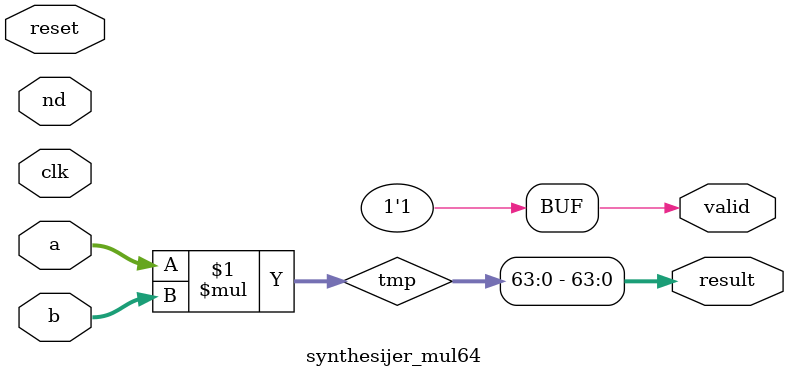
<source format=v>
`default_nettype none

module synthesijer_mul64
  (
    input wire 		      clk,
    input wire 		      reset,
    input wire signed [63:0]  a,
    input wire signed [63:0]  b,
    input wire 		      nd,
    output wire signed [63:0] result,
    output wire 	      valid
   );

   wire signed[127:0] tmp;

   assign tmp = a * b;
   assign result = tmp[63:0];
   assign valid = 1'b1;

endmodule // synthesijer_mul64

`default_nettype wire

</source>
